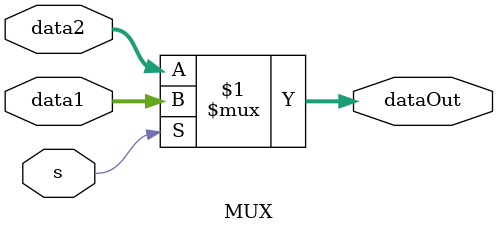
<source format=v>
module MUX#(parameter n=64)(input [n-1:0] data1 , data2 , input s , output [n-1:0] dataOut);
	assign dataOut = (s) ? data1 : data2;
endmodule
	
</source>
